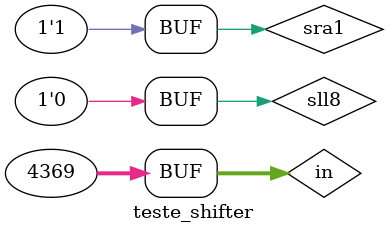
<source format=v>
	module teste_shifter();
	
	reg [31:0] in;
	reg sll8, sra1;
	wire [31:0] out;
	

	shifter DUT (out, sll8, sra1, in);

	initial
	begin
		$dumpvars (0,teste_shifter);
		$monitor ($time, "input: %b  sll8: %b  sra1: %b  output: %b", in, sll8, sra1, out);
	end

	initial
	begin
		#10 in = 32'hA123FAB2; sll8 = 1'b0; sra1 = 1'b1;
		#10 in = 32'hB125FFFF; sll8 = 1'b1; sra1 = 1'b0;
		#10 in = 32'h0034AAAA; sll8 = 1'b0; sra1 = 1'b0;
		#10 in = 32'h3342BB21; sll8 = 1'b1; sra1 = 1'b0;
		#10 in = 31'h1111; sll8 = 1'b0; sra1 = 1'b1;
	end
	endmodule


</source>
